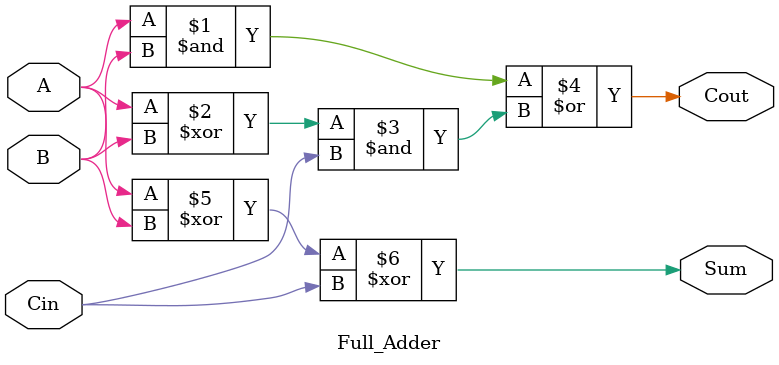
<source format=v>
`timescale 1ns/1ps

module Full_Adder(
    input A,
    input B,
    input Cin,
    output Cout,
    output Sum
);

    // Full Adder using dataflow architectural level of abstaction
    assign Cout = (A & B) | ((A ^ B) & Cin);
    assign Sum = A ^ B ^ Cin;

endmodule
</source>
